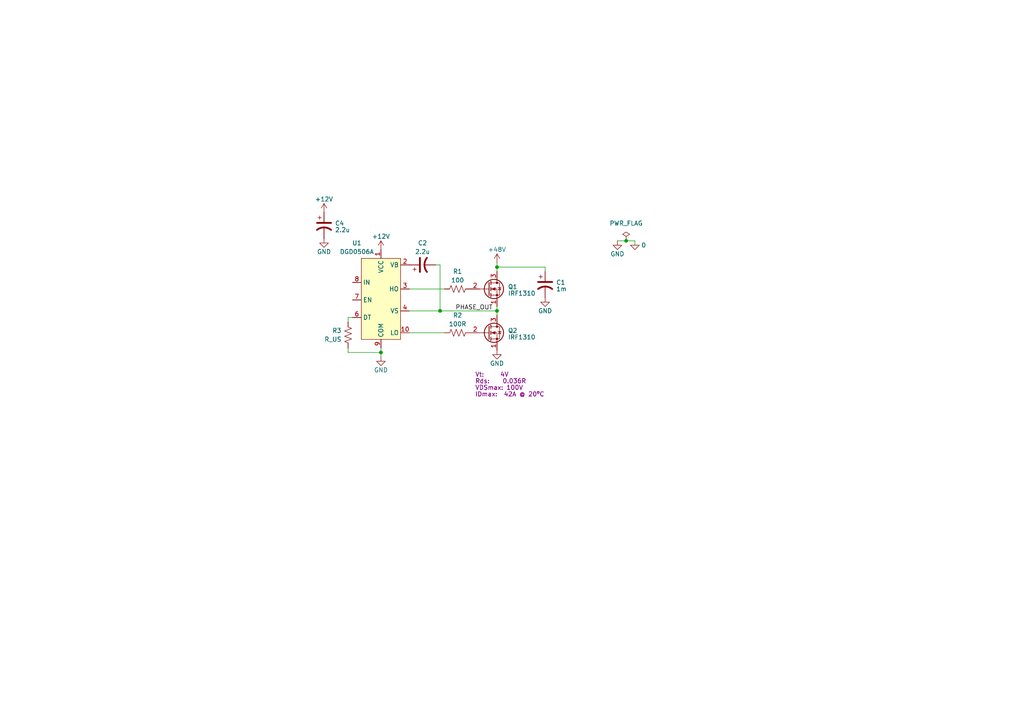
<source format=kicad_sch>
(kicad_sch (version 20230121) (generator eeschema)
  (paper "A4")
  (lib_symbols
    (symbol "Device:C_Polarized_US" (pin_numbers hide) (pin_names (offset 0.254) hide)
      (property "Reference" "C" (at 0.635 2.54 0))
      (property "Value" "C_Polarized_US" (at 0.635 -2.54 0))
      (symbol "C_Polarized_US_0_1"
        (polyline (pts (xy -2.032 0.762) (xy 2.032 0.762)) (stroke (width 0.508)))
        (polyline (pts (xy -1.778 2.286) (xy -0.762 2.286)))
        (polyline (pts (xy -1.27 1.778) (xy -1.27 2.794)))
        (arc (start 2.032 -1.27) (mid 0 -0.5572) (end -2.032 -1.27) (stroke (width 0.508)))
      )
      (symbol "C_Polarized_US_1_1"
        (pin passive line (at 0 3.81 270) (length 2.794) (name "~") (number "1"))
        (pin passive line (at 0 -3.81 90) (length 3.302) (name "~") (number "2"))
      )
    )
    (symbol "Device:R_US" (pin_numbers hide) (pin_names (offset 0))
      (property "Reference" "R" (at 2.54 0 90))
      (property "Value" "R_US" (at -2.54 0 90))
      (symbol "R_US_0_1"
        (polyline (pts (xy 0 -2.286) (xy 0 -2.54)))
        (polyline (pts (xy 0 2.286) (xy 0 2.54)))
        (polyline (pts (xy 0 -0.762) (xy 1.016 -1.143) (xy 0 -1.524) (xy -1.016 -1.905) (xy 0 -2.286)))
        (polyline (pts (xy 0 0.762) (xy 1.016 0.381) (xy 0 0) (xy -1.016 -0.381) (xy 0 -0.762)))
        (polyline (pts (xy 0 2.286) (xy 1.016 1.905) (xy 0 1.524) (xy -1.016 1.143) (xy 0 0.762)))
      )
      (symbol "R_US_1_1"
        (pin passive line (at 0 3.81 270) (length 1.27) (name "~") (number "1"))
        (pin passive line (at 0 -3.81 90) (length 1.27) (name "~") (number "2"))
      )
    )
    (symbol "RTSpeed:DGD0506A"
      (property "Reference" "U" (at 5.08 1.27 0))
      (property "Value" "DGD0506A" (at 5.08 -0.635 0))
      (symbol "DGD0506A_1_1"
        (rectangle (start -5.715 -1.905) (end 5.715 -25.4) (fill (type background)))
        (pin power_in line (at 0 0.635 270) (length 2.54) (name "VCC") (number "1"))
        (pin output line (at 8.255 -23.495 180) (length 2.54) (name "LO") (number "10"))
        (pin input line (at 8.255 -3.81 180) (length 2.54) (name "VB") (number "2"))
        (pin output line (at 8.255 -10.795 180) (length 2.54) (name "HO") (number "3"))
        (pin output line (at 8.255 -17.145 180) (length 2.54) (name "VS") (number "4"))
        (pin no_connect line (at -11.43 3.175 0) (length 2.54) hide (name "NC") (number "5"))
        (pin passive line (at -8.255 -19.05 0) (length 2.54) (name "DT") (number "6"))
        (pin input line (at -8.255 -13.97 0) (length 2.54) (name "EN") (number "7"))
        (pin input line (at -8.255 -8.89 0) (length 2.54) (name "IN") (number "8"))
        (pin power_in line (at 0 -27.94 90) (length 2.54) (name "COM") (number "9"))
      )
    )
    (symbol "Simulation_SPICE:0" (power) (pin_names (offset 0))
      (property "Value" "0" (at 0 -1.778 0))
      (symbol "0_0_1"
        (polyline (pts (xy -1.27 0) (xy 0 -1.27) (xy 1.27 0) (xy -1.27 0)))
      )
      (symbol "0_1_1"
        (pin power_in line (at 0 0 0) (length 0) hide (name "0") (number "1"))
      )
    )
    (symbol "Transistor_FET:2N7000" (pin_names hide)
      (property "Reference" "Q" (at 5.08 1.905 0))
      (property "Value" "2N7000" (at 5.08 0 0))
      (symbol "2N7000_0_1"
        (polyline (pts (xy 0.254 0) (xy -2.54 0)))
        (polyline (pts (xy 0.254 1.905) (xy 0.254 -1.905)) (stroke (width 0.254)))
        (polyline (pts (xy 0.762 -1.27) (xy 0.762 -2.286)) (stroke (width 0.254)))
        (polyline (pts (xy 0.762 0.508) (xy 0.762 -0.508)) (stroke (width 0.254)))
        (polyline (pts (xy 0.762 2.286) (xy 0.762 1.27)) (stroke (width 0.254)))
        (polyline (pts (xy 2.54 2.54) (xy 2.54 1.778)))
        (polyline (pts (xy 2.54 -2.54) (xy 2.54 0) (xy 0.762 0)))
        (polyline (pts (xy 0.762 -1.778) (xy 3.302 -1.778) (xy 3.302 1.778) (xy 0.762 1.778)))
        (polyline (pts (xy 1.016 0) (xy 2.032 0.381) (xy 2.032 -0.381) (xy 1.016 0)) (fill (type outline)))
        (polyline (pts (xy 2.794 0.508) (xy 2.921 0.381) (xy 3.683 0.381) (xy 3.81 0.254)))
        (polyline (pts (xy 3.302 0.381) (xy 2.921 -0.254) (xy 3.683 -0.254) (xy 3.302 0.381)))
        (circle (center 1.651 0) (radius 2.794) (stroke (width 0.254)))
        (circle (center 2.54 -1.778) (radius 0.254) (fill (type outline)))
        (circle (center 2.54 1.778) (radius 0.254) (fill (type outline)))
      )
      (symbol "2N7000_1_1"
        (pin passive line (at 2.54 -5.08 90) (length 2.54) (name "S") (number "1"))
        (pin input line (at -5.08 0 0) (length 2.54) (name "G") (number "2"))
        (pin passive line (at 2.54 5.08 270) (length 2.54) (name "D") (number "3"))
      )
    )
    (symbol "power:+12V" (power) (pin_names (offset 0))
      (property "Value" "+12V" (at 0 3.556 0))
      (symbol "+12V_0_1"
        (polyline (pts (xy -0.762 1.27) (xy 0 2.54)))
        (polyline (pts (xy 0 0) (xy 0 2.54)))
        (polyline (pts (xy 0 2.54) (xy 0.762 1.27)))
      )
      (symbol "+12V_1_1"
        (pin power_in line (at 0 0 90) (length 0) hide (name "+12V") (number "1"))
      )
    )
    (symbol "power:+48V" (power) (pin_names (offset 0))
      (property "Value" "+48V" (at 0 3.556 0))
      (symbol "+48V_0_1"
        (polyline (pts (xy -0.762 1.27) (xy 0 2.54)))
        (polyline (pts (xy 0 0) (xy 0 2.54)))
        (polyline (pts (xy 0 2.54) (xy 0.762 1.27)))
      )
      (symbol "+48V_1_1"
        (pin power_in line (at 0 0 90) (length 0) hide (name "+48V") (number "1"))
      )
    )
    (symbol "power:GND" (power) (pin_names (offset 0))
      (property "Value" "GND" (at 0 -3.81 0))
      (symbol "GND_0_1"
        (polyline (pts (xy 0 0) (xy 0 -1.27) (xy 1.27 -1.27) (xy 0 -2.54) (xy -1.27 -1.27) (xy 0 -1.27)))
      )
      (symbol "GND_1_1"
        (pin power_in line (at 0 0 270) (length 0) hide (name "GND") (number "1"))
      )
    )
    (symbol "power:PWR_FLAG" (power) (pin_numbers hide) (pin_names (offset 0) hide)
      (property "Value" "PWR_FLAG" (at 0 3.81 0))
      (symbol "PWR_FLAG_0_0"
        (pin power_out line (at 0 0 90) (length 0) (name "pwr") (number "1"))
      )
      (symbol "PWR_FLAG_0_1"
        (polyline (pts (xy 0 0) (xy 0 1.27) (xy -1.016 1.905) (xy 0 2.54) (xy 1.016 1.905) (xy 0 1.27)))
      )
    )
  )
  (junction (at 110.49 102.235))
  (junction (at 144.145 90.17))
  (junction (at 127.635 90.17))
  (junction (at 144.145 77.47))
  (junction (at 181.61 69.85))
  (wire (pts (xy 110.49 100.965) (xy 110.49 102.235)))
  (wire (pts (xy 127.635 76.835) (xy 127.635 90.17)))
  (wire (pts (xy 127.635 90.17) (xy 144.145 90.17)))
  (wire (pts (xy 144.145 77.47) (xy 144.145 78.74)))
  (wire (pts (xy 110.49 102.235) (xy 100.965 102.235)))
  (wire (pts (xy 158.115 77.47) (xy 144.145 77.47)))
  (wire (pts (xy 127.635 76.835) (xy 126.365 76.835)))
  (wire (pts (xy 158.115 78.74) (xy 158.115 77.47)))
  (wire (pts (xy 118.745 83.82) (xy 128.905 83.82)))
  (wire (pts (xy 118.745 96.52) (xy 128.905 96.52)))
  (wire (pts (xy 184.15 69.85) (xy 181.61 69.85)))
  (wire (pts (xy 100.965 102.235) (xy 100.965 100.965)))
  (wire (pts (xy 144.145 76.2) (xy 144.145 77.47)))
  (wire (pts (xy 110.49 102.235) (xy 110.49 103.505)))
  (wire (pts (xy 118.745 90.17) (xy 127.635 90.17)))
  (wire (pts (xy 100.965 93.345) (xy 100.965 92.075)))
  (wire (pts (xy 144.145 88.9) (xy 144.145 90.17)))
  (wire (pts (xy 144.145 90.17) (xy 144.145 91.44)))
  (wire (pts (xy 184.15 71.12) (xy 184.15 69.85)))
  (wire (pts (xy 181.61 69.85) (xy 179.07 69.85)))
  (wire (pts (xy 100.965 92.075) (xy 102.235 92.075)))
  (label "PHASE_OUT" (at 132.08 90.17 0))
  (symbol (lib_id "power:GND") (at 179.07 69.85 0) (unit 1)
    (property "Reference" "#PWR08" (effects hide))
    (property "Value" "GND" (at 179.07 73.66 0))
  )
  (symbol (lib_id "power:GND") (at 93.98 69.215 0) (unit 1)
    (property "Reference" "#PWR010" (effects hide))
    (property "Value" "GND" (at 93.98 73.025 0))
  )
  (symbol (lib_id "Device:C_Polarized_US") (at 158.115 82.55 0) (unit 1)
    (property "Reference" "C1" (at 161.29 81.915 0) (effects (justify left)))
    (property "Value" "1m" (at 161.29 83.82 0) (effects (justify left)))
    (property "Sim.Device" "C" (effects hide))
    (property "Sim.Pins" "1=+ 2=-" (effects hide))
  )
  (symbol (lib_id "Device:C_Polarized_US") (at 122.555 76.835 90) (unit 1)
    (property "Reference" "C2" (at 122.555 70.485 90))
    (property "Value" "2.2u" (at 122.555 73.025 90))
    (property "Sim.Device" "C" (effects hide))
    (property "Sim.Pins" "1=+ 2=-" (effects hide))
  )
  (symbol (lib_id "power:+12V") (at 93.98 61.595 0) (unit 1)
    (property "Reference" "#PWR05" (effects hide))
    (property "Value" "+12V" (at 93.98 57.785 0))
  )
  (symbol (lib_id "power:GND") (at 144.145 101.6 0) (unit 1)
    (property "Reference" "#PWR03" (effects hide))
    (property "Value" "GND" (at 144.145 105.41 0))
  )
  (symbol (lib_id "Simulation_SPICE:0") (at 184.15 71.12 0) (unit 1)
    (property "Reference" "#GND03" (effects hide))
    (property "Value" "0" (at 186.69 71.12 0))
  )
  (symbol (lib_id "Device:C_Polarized_US") (at 93.98 65.405 0) (unit 1)
    (property "Reference" "C4" (at 97.155 64.77 0) (effects (justify left)))
    (property "Value" "2.2u" (at 97.155 66.675 0) (effects (justify left)))
    (property "Sim.Device" "C" (effects hide))
    (property "Sim.Pins" "1=+ 2=-" (effects hide))
  )
  (symbol (lib_id "power:GND") (at 110.49 103.505 0) (unit 1)
    (property "Reference" "#PWR04" (effects hide))
    (property "Value" "GND" (at 110.49 107.315 0))
  )
  (symbol (lib_id "Device:R_US") (at 100.965 97.155 0) (unit 1)
    (property "Reference" "R3" (at 99.06 95.885 0) (effects (justify right)))
    (property "Value" "R_US" (at 99.06 98.425 0) (effects (justify right)))
  )
  (symbol (lib_id "power:+48V") (at 144.145 76.2 0) (unit 1)
    (property "Reference" "#PWR01" (effects hide))
    (property "Value" "+48V" (at 144.145 72.39 0))
  )
  (symbol (lib_id "Transistor_FET:2N7000") (at 141.605 96.52 0) (unit 1)
    (property "Reference" "Q2" (at 147.32 95.885 0) (effects (justify left)))
    (property "Value" "IRF1310" (at 147.32 97.7899 0) (effects (justify left)))
    (property "Footprint" "Package_TO_SOT_THT:TO-92_Inline" (effects hide))
    (property "Datasheet" "https://www.vishay.com/docs/70226/70226.pdf" (effects hide))
    (property "Sim.Library" "D:\\dev\\RTSpeed\\simulation\\models\\irf1310ns.spi" (effects hide))
    (property "Sim.Name" "irf1310ns" (effects hide))
    (property "Sim.Device" "SUBCKT" (effects hide))
    (property "Sim.Pins" "1=1 2=2 3=3" (effects hide))
  )
  (symbol (lib_id "Device:R_US") (at 132.715 83.82 90) (unit 1)
    (property "Reference" "R1" (at 132.715 78.74 90))
    (property "Value" "100" (at 132.715 81.28 90))
    (property "Sim.Device" "R" (effects hide))
    (property "Sim.Pins" "1=+ 2=-" (effects hide))
  )
  (symbol (lib_id "Device:R_US") (at 132.715 96.52 90) (unit 1)
    (property "Reference" "R2" (at 132.715 91.44 90))
    (property "Value" "100R" (at 132.715 93.98 90))
  )
  (symbol (lib_id "power:GND") (at 158.115 86.36 0) (unit 1)
    (property "Reference" "#PWR02" (effects hide))
    (property "Value" "GND" (at 158.115 90.17 0))
  )
  (symbol (lib_id "RTSpeed:DGD0506A") (at 110.49 73.025 0) (unit 1)
    (property "Reference" "U1" (at 103.505 70.485 0))
    (property "Value" "DGD0506A" (at 103.505 73.025 0))
    (property "Datasheet" "https://www.diodes.com/assets/Datasheets/DGD0506A.pdf" (effects hide))
    (property "Sim.Library" "D:\\dev\\RTSpeed\\simulation\\models\\DGD0506A.spice" (effects hide))
    (property "Sim.Name" "dgd0506a" (effects hide))
    (property "Sim.Device" "SUBCKT" (effects hide))
    (property "Sim.Pins" "1=VCC 2=VB 3=HO 4=VS 5=NC 6=DT 7=EN 8=IN 9=COM 10=LO" (effects hide))
  )
  (symbol (lib_id "power:PWR_FLAG") (at 181.61 69.85 0) (unit 1)
    (property "Reference" "#FLG02" (effects hide))
    (property "Value" "PWR_FLAG" (at 181.61 64.77 0))
  )
  (symbol (lib_id "Transistor_FET:2N7000") (at 141.605 83.82 0) (unit 1)
    (property "Reference" "Q1" (at 147.32 83.185 0) (effects (justify left)))
    (property "Value" "IRF1310" (at 147.32 85.09 0) (effects (justify left)))
    (property "Footprint" "Package_TO_SOT_THT:TO-92_Inline" (effects hide))
    (property "Datasheet" "https://www.vishay.com/docs/70226/70226.pdf" (effects hide))
    (property "Vt" "    4V" (at 137.795 108.585 0) (show_name) (effects (justify left)))
    (property "Rds" "   0.036R" (at 137.795 110.49 0) (show_name) (effects (justify left)))
    (property "VDSmax" "100V" (at 137.795 112.395 0) (show_name) (effects (justify left)))
    (property "IDmax" " 42A @ 20ºC" (at 137.795 114.3 0) (show_name) (effects (justify left)))
    (property "Sim.Library" "D:\\dev\\RTSpeed\\simulation\\models\\irf1310ns.spi" (effects hide))
    (property "Sim.Name" "irf1310ns" (effects hide))
    (property "Sim.Device" "SUBCKT" (effects hide))
    (property "Sim.Pins" "1=1 2=2 3=3" (effects hide))
  )
  (symbol (lib_id "power:+12V") (at 110.49 72.39 0) (unit 1)
    (property "Reference" "#PWR011" (effects hide))
    (property "Value" "+12V" (at 110.49 68.58 0))
  )
)
</source>
